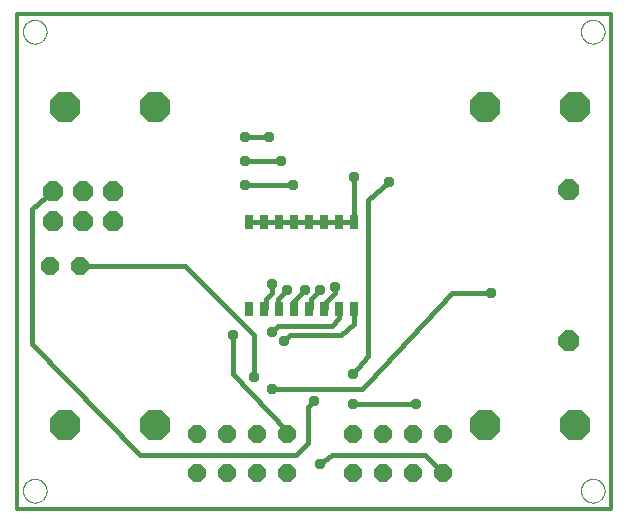
<source format=gbl>
G75*
%MOIN*%
%OFA0B0*%
%FSLAX25Y25*%
%IPPOS*%
%LPD*%
%AMOC8*
5,1,8,0,0,1.08239X$1,22.5*
%
%ADD10C,0.00000*%
%ADD11C,0.01200*%
%ADD12OC8,0.06000*%
%ADD13OC8,0.10050*%
%ADD14OC8,0.06600*%
%ADD15OC8,0.07000*%
%ADD16R,0.03000X0.05000*%
%ADD17C,0.01600*%
%ADD18OC8,0.03562*%
D10*
X0003863Y0007800D02*
X0003865Y0007925D01*
X0003871Y0008050D01*
X0003881Y0008174D01*
X0003895Y0008298D01*
X0003912Y0008422D01*
X0003934Y0008545D01*
X0003960Y0008667D01*
X0003989Y0008789D01*
X0004022Y0008909D01*
X0004060Y0009028D01*
X0004100Y0009147D01*
X0004145Y0009263D01*
X0004193Y0009378D01*
X0004245Y0009492D01*
X0004301Y0009604D01*
X0004360Y0009714D01*
X0004422Y0009822D01*
X0004488Y0009929D01*
X0004557Y0010033D01*
X0004630Y0010134D01*
X0004705Y0010234D01*
X0004784Y0010331D01*
X0004866Y0010425D01*
X0004951Y0010517D01*
X0005038Y0010606D01*
X0005129Y0010692D01*
X0005222Y0010775D01*
X0005318Y0010856D01*
X0005416Y0010933D01*
X0005516Y0011007D01*
X0005619Y0011078D01*
X0005724Y0011145D01*
X0005832Y0011210D01*
X0005941Y0011270D01*
X0006052Y0011328D01*
X0006165Y0011381D01*
X0006279Y0011431D01*
X0006395Y0011478D01*
X0006512Y0011520D01*
X0006631Y0011559D01*
X0006751Y0011595D01*
X0006872Y0011626D01*
X0006994Y0011654D01*
X0007116Y0011677D01*
X0007240Y0011697D01*
X0007364Y0011713D01*
X0007488Y0011725D01*
X0007613Y0011733D01*
X0007738Y0011737D01*
X0007862Y0011737D01*
X0007987Y0011733D01*
X0008112Y0011725D01*
X0008236Y0011713D01*
X0008360Y0011697D01*
X0008484Y0011677D01*
X0008606Y0011654D01*
X0008728Y0011626D01*
X0008849Y0011595D01*
X0008969Y0011559D01*
X0009088Y0011520D01*
X0009205Y0011478D01*
X0009321Y0011431D01*
X0009435Y0011381D01*
X0009548Y0011328D01*
X0009659Y0011270D01*
X0009769Y0011210D01*
X0009876Y0011145D01*
X0009981Y0011078D01*
X0010084Y0011007D01*
X0010184Y0010933D01*
X0010282Y0010856D01*
X0010378Y0010775D01*
X0010471Y0010692D01*
X0010562Y0010606D01*
X0010649Y0010517D01*
X0010734Y0010425D01*
X0010816Y0010331D01*
X0010895Y0010234D01*
X0010970Y0010134D01*
X0011043Y0010033D01*
X0011112Y0009929D01*
X0011178Y0009822D01*
X0011240Y0009714D01*
X0011299Y0009604D01*
X0011355Y0009492D01*
X0011407Y0009378D01*
X0011455Y0009263D01*
X0011500Y0009147D01*
X0011540Y0009028D01*
X0011578Y0008909D01*
X0011611Y0008789D01*
X0011640Y0008667D01*
X0011666Y0008545D01*
X0011688Y0008422D01*
X0011705Y0008298D01*
X0011719Y0008174D01*
X0011729Y0008050D01*
X0011735Y0007925D01*
X0011737Y0007800D01*
X0011735Y0007675D01*
X0011729Y0007550D01*
X0011719Y0007426D01*
X0011705Y0007302D01*
X0011688Y0007178D01*
X0011666Y0007055D01*
X0011640Y0006933D01*
X0011611Y0006811D01*
X0011578Y0006691D01*
X0011540Y0006572D01*
X0011500Y0006453D01*
X0011455Y0006337D01*
X0011407Y0006222D01*
X0011355Y0006108D01*
X0011299Y0005996D01*
X0011240Y0005886D01*
X0011178Y0005778D01*
X0011112Y0005671D01*
X0011043Y0005567D01*
X0010970Y0005466D01*
X0010895Y0005366D01*
X0010816Y0005269D01*
X0010734Y0005175D01*
X0010649Y0005083D01*
X0010562Y0004994D01*
X0010471Y0004908D01*
X0010378Y0004825D01*
X0010282Y0004744D01*
X0010184Y0004667D01*
X0010084Y0004593D01*
X0009981Y0004522D01*
X0009876Y0004455D01*
X0009768Y0004390D01*
X0009659Y0004330D01*
X0009548Y0004272D01*
X0009435Y0004219D01*
X0009321Y0004169D01*
X0009205Y0004122D01*
X0009088Y0004080D01*
X0008969Y0004041D01*
X0008849Y0004005D01*
X0008728Y0003974D01*
X0008606Y0003946D01*
X0008484Y0003923D01*
X0008360Y0003903D01*
X0008236Y0003887D01*
X0008112Y0003875D01*
X0007987Y0003867D01*
X0007862Y0003863D01*
X0007738Y0003863D01*
X0007613Y0003867D01*
X0007488Y0003875D01*
X0007364Y0003887D01*
X0007240Y0003903D01*
X0007116Y0003923D01*
X0006994Y0003946D01*
X0006872Y0003974D01*
X0006751Y0004005D01*
X0006631Y0004041D01*
X0006512Y0004080D01*
X0006395Y0004122D01*
X0006279Y0004169D01*
X0006165Y0004219D01*
X0006052Y0004272D01*
X0005941Y0004330D01*
X0005831Y0004390D01*
X0005724Y0004455D01*
X0005619Y0004522D01*
X0005516Y0004593D01*
X0005416Y0004667D01*
X0005318Y0004744D01*
X0005222Y0004825D01*
X0005129Y0004908D01*
X0005038Y0004994D01*
X0004951Y0005083D01*
X0004866Y0005175D01*
X0004784Y0005269D01*
X0004705Y0005366D01*
X0004630Y0005466D01*
X0004557Y0005567D01*
X0004488Y0005671D01*
X0004422Y0005778D01*
X0004360Y0005886D01*
X0004301Y0005996D01*
X0004245Y0006108D01*
X0004193Y0006222D01*
X0004145Y0006337D01*
X0004100Y0006453D01*
X0004060Y0006572D01*
X0004022Y0006691D01*
X0003989Y0006811D01*
X0003960Y0006933D01*
X0003934Y0007055D01*
X0003912Y0007178D01*
X0003895Y0007302D01*
X0003881Y0007426D01*
X0003871Y0007550D01*
X0003865Y0007675D01*
X0003863Y0007800D01*
X0003863Y0160800D02*
X0003865Y0160925D01*
X0003871Y0161050D01*
X0003881Y0161174D01*
X0003895Y0161298D01*
X0003912Y0161422D01*
X0003934Y0161545D01*
X0003960Y0161667D01*
X0003989Y0161789D01*
X0004022Y0161909D01*
X0004060Y0162028D01*
X0004100Y0162147D01*
X0004145Y0162263D01*
X0004193Y0162378D01*
X0004245Y0162492D01*
X0004301Y0162604D01*
X0004360Y0162714D01*
X0004422Y0162822D01*
X0004488Y0162929D01*
X0004557Y0163033D01*
X0004630Y0163134D01*
X0004705Y0163234D01*
X0004784Y0163331D01*
X0004866Y0163425D01*
X0004951Y0163517D01*
X0005038Y0163606D01*
X0005129Y0163692D01*
X0005222Y0163775D01*
X0005318Y0163856D01*
X0005416Y0163933D01*
X0005516Y0164007D01*
X0005619Y0164078D01*
X0005724Y0164145D01*
X0005832Y0164210D01*
X0005941Y0164270D01*
X0006052Y0164328D01*
X0006165Y0164381D01*
X0006279Y0164431D01*
X0006395Y0164478D01*
X0006512Y0164520D01*
X0006631Y0164559D01*
X0006751Y0164595D01*
X0006872Y0164626D01*
X0006994Y0164654D01*
X0007116Y0164677D01*
X0007240Y0164697D01*
X0007364Y0164713D01*
X0007488Y0164725D01*
X0007613Y0164733D01*
X0007738Y0164737D01*
X0007862Y0164737D01*
X0007987Y0164733D01*
X0008112Y0164725D01*
X0008236Y0164713D01*
X0008360Y0164697D01*
X0008484Y0164677D01*
X0008606Y0164654D01*
X0008728Y0164626D01*
X0008849Y0164595D01*
X0008969Y0164559D01*
X0009088Y0164520D01*
X0009205Y0164478D01*
X0009321Y0164431D01*
X0009435Y0164381D01*
X0009548Y0164328D01*
X0009659Y0164270D01*
X0009769Y0164210D01*
X0009876Y0164145D01*
X0009981Y0164078D01*
X0010084Y0164007D01*
X0010184Y0163933D01*
X0010282Y0163856D01*
X0010378Y0163775D01*
X0010471Y0163692D01*
X0010562Y0163606D01*
X0010649Y0163517D01*
X0010734Y0163425D01*
X0010816Y0163331D01*
X0010895Y0163234D01*
X0010970Y0163134D01*
X0011043Y0163033D01*
X0011112Y0162929D01*
X0011178Y0162822D01*
X0011240Y0162714D01*
X0011299Y0162604D01*
X0011355Y0162492D01*
X0011407Y0162378D01*
X0011455Y0162263D01*
X0011500Y0162147D01*
X0011540Y0162028D01*
X0011578Y0161909D01*
X0011611Y0161789D01*
X0011640Y0161667D01*
X0011666Y0161545D01*
X0011688Y0161422D01*
X0011705Y0161298D01*
X0011719Y0161174D01*
X0011729Y0161050D01*
X0011735Y0160925D01*
X0011737Y0160800D01*
X0011735Y0160675D01*
X0011729Y0160550D01*
X0011719Y0160426D01*
X0011705Y0160302D01*
X0011688Y0160178D01*
X0011666Y0160055D01*
X0011640Y0159933D01*
X0011611Y0159811D01*
X0011578Y0159691D01*
X0011540Y0159572D01*
X0011500Y0159453D01*
X0011455Y0159337D01*
X0011407Y0159222D01*
X0011355Y0159108D01*
X0011299Y0158996D01*
X0011240Y0158886D01*
X0011178Y0158778D01*
X0011112Y0158671D01*
X0011043Y0158567D01*
X0010970Y0158466D01*
X0010895Y0158366D01*
X0010816Y0158269D01*
X0010734Y0158175D01*
X0010649Y0158083D01*
X0010562Y0157994D01*
X0010471Y0157908D01*
X0010378Y0157825D01*
X0010282Y0157744D01*
X0010184Y0157667D01*
X0010084Y0157593D01*
X0009981Y0157522D01*
X0009876Y0157455D01*
X0009768Y0157390D01*
X0009659Y0157330D01*
X0009548Y0157272D01*
X0009435Y0157219D01*
X0009321Y0157169D01*
X0009205Y0157122D01*
X0009088Y0157080D01*
X0008969Y0157041D01*
X0008849Y0157005D01*
X0008728Y0156974D01*
X0008606Y0156946D01*
X0008484Y0156923D01*
X0008360Y0156903D01*
X0008236Y0156887D01*
X0008112Y0156875D01*
X0007987Y0156867D01*
X0007862Y0156863D01*
X0007738Y0156863D01*
X0007613Y0156867D01*
X0007488Y0156875D01*
X0007364Y0156887D01*
X0007240Y0156903D01*
X0007116Y0156923D01*
X0006994Y0156946D01*
X0006872Y0156974D01*
X0006751Y0157005D01*
X0006631Y0157041D01*
X0006512Y0157080D01*
X0006395Y0157122D01*
X0006279Y0157169D01*
X0006165Y0157219D01*
X0006052Y0157272D01*
X0005941Y0157330D01*
X0005831Y0157390D01*
X0005724Y0157455D01*
X0005619Y0157522D01*
X0005516Y0157593D01*
X0005416Y0157667D01*
X0005318Y0157744D01*
X0005222Y0157825D01*
X0005129Y0157908D01*
X0005038Y0157994D01*
X0004951Y0158083D01*
X0004866Y0158175D01*
X0004784Y0158269D01*
X0004705Y0158366D01*
X0004630Y0158466D01*
X0004557Y0158567D01*
X0004488Y0158671D01*
X0004422Y0158778D01*
X0004360Y0158886D01*
X0004301Y0158996D01*
X0004245Y0159108D01*
X0004193Y0159222D01*
X0004145Y0159337D01*
X0004100Y0159453D01*
X0004060Y0159572D01*
X0004022Y0159691D01*
X0003989Y0159811D01*
X0003960Y0159933D01*
X0003934Y0160055D01*
X0003912Y0160178D01*
X0003895Y0160302D01*
X0003881Y0160426D01*
X0003871Y0160550D01*
X0003865Y0160675D01*
X0003863Y0160800D01*
X0189863Y0160800D02*
X0189865Y0160925D01*
X0189871Y0161050D01*
X0189881Y0161174D01*
X0189895Y0161298D01*
X0189912Y0161422D01*
X0189934Y0161545D01*
X0189960Y0161667D01*
X0189989Y0161789D01*
X0190022Y0161909D01*
X0190060Y0162028D01*
X0190100Y0162147D01*
X0190145Y0162263D01*
X0190193Y0162378D01*
X0190245Y0162492D01*
X0190301Y0162604D01*
X0190360Y0162714D01*
X0190422Y0162822D01*
X0190488Y0162929D01*
X0190557Y0163033D01*
X0190630Y0163134D01*
X0190705Y0163234D01*
X0190784Y0163331D01*
X0190866Y0163425D01*
X0190951Y0163517D01*
X0191038Y0163606D01*
X0191129Y0163692D01*
X0191222Y0163775D01*
X0191318Y0163856D01*
X0191416Y0163933D01*
X0191516Y0164007D01*
X0191619Y0164078D01*
X0191724Y0164145D01*
X0191832Y0164210D01*
X0191941Y0164270D01*
X0192052Y0164328D01*
X0192165Y0164381D01*
X0192279Y0164431D01*
X0192395Y0164478D01*
X0192512Y0164520D01*
X0192631Y0164559D01*
X0192751Y0164595D01*
X0192872Y0164626D01*
X0192994Y0164654D01*
X0193116Y0164677D01*
X0193240Y0164697D01*
X0193364Y0164713D01*
X0193488Y0164725D01*
X0193613Y0164733D01*
X0193738Y0164737D01*
X0193862Y0164737D01*
X0193987Y0164733D01*
X0194112Y0164725D01*
X0194236Y0164713D01*
X0194360Y0164697D01*
X0194484Y0164677D01*
X0194606Y0164654D01*
X0194728Y0164626D01*
X0194849Y0164595D01*
X0194969Y0164559D01*
X0195088Y0164520D01*
X0195205Y0164478D01*
X0195321Y0164431D01*
X0195435Y0164381D01*
X0195548Y0164328D01*
X0195659Y0164270D01*
X0195769Y0164210D01*
X0195876Y0164145D01*
X0195981Y0164078D01*
X0196084Y0164007D01*
X0196184Y0163933D01*
X0196282Y0163856D01*
X0196378Y0163775D01*
X0196471Y0163692D01*
X0196562Y0163606D01*
X0196649Y0163517D01*
X0196734Y0163425D01*
X0196816Y0163331D01*
X0196895Y0163234D01*
X0196970Y0163134D01*
X0197043Y0163033D01*
X0197112Y0162929D01*
X0197178Y0162822D01*
X0197240Y0162714D01*
X0197299Y0162604D01*
X0197355Y0162492D01*
X0197407Y0162378D01*
X0197455Y0162263D01*
X0197500Y0162147D01*
X0197540Y0162028D01*
X0197578Y0161909D01*
X0197611Y0161789D01*
X0197640Y0161667D01*
X0197666Y0161545D01*
X0197688Y0161422D01*
X0197705Y0161298D01*
X0197719Y0161174D01*
X0197729Y0161050D01*
X0197735Y0160925D01*
X0197737Y0160800D01*
X0197735Y0160675D01*
X0197729Y0160550D01*
X0197719Y0160426D01*
X0197705Y0160302D01*
X0197688Y0160178D01*
X0197666Y0160055D01*
X0197640Y0159933D01*
X0197611Y0159811D01*
X0197578Y0159691D01*
X0197540Y0159572D01*
X0197500Y0159453D01*
X0197455Y0159337D01*
X0197407Y0159222D01*
X0197355Y0159108D01*
X0197299Y0158996D01*
X0197240Y0158886D01*
X0197178Y0158778D01*
X0197112Y0158671D01*
X0197043Y0158567D01*
X0196970Y0158466D01*
X0196895Y0158366D01*
X0196816Y0158269D01*
X0196734Y0158175D01*
X0196649Y0158083D01*
X0196562Y0157994D01*
X0196471Y0157908D01*
X0196378Y0157825D01*
X0196282Y0157744D01*
X0196184Y0157667D01*
X0196084Y0157593D01*
X0195981Y0157522D01*
X0195876Y0157455D01*
X0195768Y0157390D01*
X0195659Y0157330D01*
X0195548Y0157272D01*
X0195435Y0157219D01*
X0195321Y0157169D01*
X0195205Y0157122D01*
X0195088Y0157080D01*
X0194969Y0157041D01*
X0194849Y0157005D01*
X0194728Y0156974D01*
X0194606Y0156946D01*
X0194484Y0156923D01*
X0194360Y0156903D01*
X0194236Y0156887D01*
X0194112Y0156875D01*
X0193987Y0156867D01*
X0193862Y0156863D01*
X0193738Y0156863D01*
X0193613Y0156867D01*
X0193488Y0156875D01*
X0193364Y0156887D01*
X0193240Y0156903D01*
X0193116Y0156923D01*
X0192994Y0156946D01*
X0192872Y0156974D01*
X0192751Y0157005D01*
X0192631Y0157041D01*
X0192512Y0157080D01*
X0192395Y0157122D01*
X0192279Y0157169D01*
X0192165Y0157219D01*
X0192052Y0157272D01*
X0191941Y0157330D01*
X0191831Y0157390D01*
X0191724Y0157455D01*
X0191619Y0157522D01*
X0191516Y0157593D01*
X0191416Y0157667D01*
X0191318Y0157744D01*
X0191222Y0157825D01*
X0191129Y0157908D01*
X0191038Y0157994D01*
X0190951Y0158083D01*
X0190866Y0158175D01*
X0190784Y0158269D01*
X0190705Y0158366D01*
X0190630Y0158466D01*
X0190557Y0158567D01*
X0190488Y0158671D01*
X0190422Y0158778D01*
X0190360Y0158886D01*
X0190301Y0158996D01*
X0190245Y0159108D01*
X0190193Y0159222D01*
X0190145Y0159337D01*
X0190100Y0159453D01*
X0190060Y0159572D01*
X0190022Y0159691D01*
X0189989Y0159811D01*
X0189960Y0159933D01*
X0189934Y0160055D01*
X0189912Y0160178D01*
X0189895Y0160302D01*
X0189881Y0160426D01*
X0189871Y0160550D01*
X0189865Y0160675D01*
X0189863Y0160800D01*
X0189863Y0007800D02*
X0189865Y0007925D01*
X0189871Y0008050D01*
X0189881Y0008174D01*
X0189895Y0008298D01*
X0189912Y0008422D01*
X0189934Y0008545D01*
X0189960Y0008667D01*
X0189989Y0008789D01*
X0190022Y0008909D01*
X0190060Y0009028D01*
X0190100Y0009147D01*
X0190145Y0009263D01*
X0190193Y0009378D01*
X0190245Y0009492D01*
X0190301Y0009604D01*
X0190360Y0009714D01*
X0190422Y0009822D01*
X0190488Y0009929D01*
X0190557Y0010033D01*
X0190630Y0010134D01*
X0190705Y0010234D01*
X0190784Y0010331D01*
X0190866Y0010425D01*
X0190951Y0010517D01*
X0191038Y0010606D01*
X0191129Y0010692D01*
X0191222Y0010775D01*
X0191318Y0010856D01*
X0191416Y0010933D01*
X0191516Y0011007D01*
X0191619Y0011078D01*
X0191724Y0011145D01*
X0191832Y0011210D01*
X0191941Y0011270D01*
X0192052Y0011328D01*
X0192165Y0011381D01*
X0192279Y0011431D01*
X0192395Y0011478D01*
X0192512Y0011520D01*
X0192631Y0011559D01*
X0192751Y0011595D01*
X0192872Y0011626D01*
X0192994Y0011654D01*
X0193116Y0011677D01*
X0193240Y0011697D01*
X0193364Y0011713D01*
X0193488Y0011725D01*
X0193613Y0011733D01*
X0193738Y0011737D01*
X0193862Y0011737D01*
X0193987Y0011733D01*
X0194112Y0011725D01*
X0194236Y0011713D01*
X0194360Y0011697D01*
X0194484Y0011677D01*
X0194606Y0011654D01*
X0194728Y0011626D01*
X0194849Y0011595D01*
X0194969Y0011559D01*
X0195088Y0011520D01*
X0195205Y0011478D01*
X0195321Y0011431D01*
X0195435Y0011381D01*
X0195548Y0011328D01*
X0195659Y0011270D01*
X0195769Y0011210D01*
X0195876Y0011145D01*
X0195981Y0011078D01*
X0196084Y0011007D01*
X0196184Y0010933D01*
X0196282Y0010856D01*
X0196378Y0010775D01*
X0196471Y0010692D01*
X0196562Y0010606D01*
X0196649Y0010517D01*
X0196734Y0010425D01*
X0196816Y0010331D01*
X0196895Y0010234D01*
X0196970Y0010134D01*
X0197043Y0010033D01*
X0197112Y0009929D01*
X0197178Y0009822D01*
X0197240Y0009714D01*
X0197299Y0009604D01*
X0197355Y0009492D01*
X0197407Y0009378D01*
X0197455Y0009263D01*
X0197500Y0009147D01*
X0197540Y0009028D01*
X0197578Y0008909D01*
X0197611Y0008789D01*
X0197640Y0008667D01*
X0197666Y0008545D01*
X0197688Y0008422D01*
X0197705Y0008298D01*
X0197719Y0008174D01*
X0197729Y0008050D01*
X0197735Y0007925D01*
X0197737Y0007800D01*
X0197735Y0007675D01*
X0197729Y0007550D01*
X0197719Y0007426D01*
X0197705Y0007302D01*
X0197688Y0007178D01*
X0197666Y0007055D01*
X0197640Y0006933D01*
X0197611Y0006811D01*
X0197578Y0006691D01*
X0197540Y0006572D01*
X0197500Y0006453D01*
X0197455Y0006337D01*
X0197407Y0006222D01*
X0197355Y0006108D01*
X0197299Y0005996D01*
X0197240Y0005886D01*
X0197178Y0005778D01*
X0197112Y0005671D01*
X0197043Y0005567D01*
X0196970Y0005466D01*
X0196895Y0005366D01*
X0196816Y0005269D01*
X0196734Y0005175D01*
X0196649Y0005083D01*
X0196562Y0004994D01*
X0196471Y0004908D01*
X0196378Y0004825D01*
X0196282Y0004744D01*
X0196184Y0004667D01*
X0196084Y0004593D01*
X0195981Y0004522D01*
X0195876Y0004455D01*
X0195768Y0004390D01*
X0195659Y0004330D01*
X0195548Y0004272D01*
X0195435Y0004219D01*
X0195321Y0004169D01*
X0195205Y0004122D01*
X0195088Y0004080D01*
X0194969Y0004041D01*
X0194849Y0004005D01*
X0194728Y0003974D01*
X0194606Y0003946D01*
X0194484Y0003923D01*
X0194360Y0003903D01*
X0194236Y0003887D01*
X0194112Y0003875D01*
X0193987Y0003867D01*
X0193862Y0003863D01*
X0193738Y0003863D01*
X0193613Y0003867D01*
X0193488Y0003875D01*
X0193364Y0003887D01*
X0193240Y0003903D01*
X0193116Y0003923D01*
X0192994Y0003946D01*
X0192872Y0003974D01*
X0192751Y0004005D01*
X0192631Y0004041D01*
X0192512Y0004080D01*
X0192395Y0004122D01*
X0192279Y0004169D01*
X0192165Y0004219D01*
X0192052Y0004272D01*
X0191941Y0004330D01*
X0191831Y0004390D01*
X0191724Y0004455D01*
X0191619Y0004522D01*
X0191516Y0004593D01*
X0191416Y0004667D01*
X0191318Y0004744D01*
X0191222Y0004825D01*
X0191129Y0004908D01*
X0191038Y0004994D01*
X0190951Y0005083D01*
X0190866Y0005175D01*
X0190784Y0005269D01*
X0190705Y0005366D01*
X0190630Y0005466D01*
X0190557Y0005567D01*
X0190488Y0005671D01*
X0190422Y0005778D01*
X0190360Y0005886D01*
X0190301Y0005996D01*
X0190245Y0006108D01*
X0190193Y0006222D01*
X0190145Y0006337D01*
X0190100Y0006453D01*
X0190060Y0006572D01*
X0190022Y0006691D01*
X0189989Y0006811D01*
X0189960Y0006933D01*
X0189934Y0007055D01*
X0189912Y0007178D01*
X0189895Y0007302D01*
X0189881Y0007426D01*
X0189871Y0007550D01*
X0189865Y0007675D01*
X0189863Y0007800D01*
D11*
X0001800Y0001800D02*
X0001800Y0166800D01*
X0199800Y0166800D01*
X0199800Y0001800D01*
X0001800Y0001800D01*
X0084300Y0068233D02*
X0084800Y0068733D01*
X0088800Y0068733D02*
X0089300Y0068233D01*
X0093800Y0068733D02*
X0094300Y0068233D01*
X0099300Y0068233D02*
X0099800Y0068733D01*
X0104300Y0068233D02*
X0104800Y0068733D01*
D12*
X0113800Y0026800D03*
X0123800Y0026800D03*
X0133800Y0026800D03*
X0143800Y0026800D03*
X0143800Y0013800D03*
X0133800Y0013800D03*
X0123800Y0013800D03*
X0113800Y0013800D03*
X0091800Y0013800D03*
X0081800Y0013800D03*
X0071800Y0013800D03*
X0061800Y0013800D03*
X0061800Y0026800D03*
X0071800Y0026800D03*
X0081800Y0026800D03*
X0091800Y0026800D03*
X0022800Y0082800D03*
X0012800Y0082800D03*
D13*
X0017800Y0135800D03*
X0047800Y0135800D03*
X0157800Y0135800D03*
X0187800Y0135800D03*
X0187800Y0029800D03*
X0157800Y0029800D03*
X0047800Y0029800D03*
X0017800Y0029800D03*
D14*
X0013800Y0097800D03*
X0013800Y0107800D03*
X0023800Y0107800D03*
X0023800Y0097800D03*
X0033800Y0097800D03*
X0033800Y0107800D03*
D15*
X0185800Y0107997D03*
X0185800Y0057603D03*
D16*
X0114300Y0068233D03*
X0109300Y0068233D03*
X0104300Y0068233D03*
X0099300Y0068233D03*
X0094300Y0068233D03*
X0089300Y0068233D03*
X0084300Y0068233D03*
X0079300Y0068233D03*
X0079300Y0097367D03*
X0084300Y0097367D03*
X0089300Y0097367D03*
X0094300Y0097367D03*
X0099300Y0097367D03*
X0104300Y0097367D03*
X0109300Y0097367D03*
X0114300Y0097367D03*
D17*
X0114300Y0112300D01*
X0118800Y0104800D02*
X0125800Y0110800D01*
X0118800Y0104800D02*
X0118800Y0052800D01*
X0113800Y0046800D01*
X0116800Y0041800D02*
X0118800Y0043800D01*
X0146800Y0073800D01*
X0159800Y0073800D01*
X0134800Y0036800D02*
X0113800Y0036800D01*
X0116800Y0041800D02*
X0086800Y0041800D01*
X0080800Y0045800D02*
X0080800Y0059800D01*
X0057800Y0082800D01*
X0022800Y0082800D01*
X0006800Y0101800D02*
X0013800Y0107800D01*
X0006800Y0101800D02*
X0006800Y0056800D01*
X0042800Y0019800D01*
X0094800Y0019800D01*
X0098800Y0023800D01*
X0098800Y0035800D01*
X0100800Y0037800D01*
X0091800Y0027800D02*
X0073800Y0046800D01*
X0073800Y0059800D01*
X0084800Y0068733D02*
X0084800Y0071800D01*
X0086800Y0073800D01*
X0086800Y0076800D01*
X0091800Y0074800D02*
X0088800Y0071800D01*
X0088800Y0068733D01*
X0093800Y0068733D02*
X0093800Y0070800D01*
X0097800Y0074800D01*
X0099800Y0071800D02*
X0102800Y0074800D01*
X0099800Y0071800D02*
X0099800Y0068733D01*
X0104800Y0068733D02*
X0104800Y0070800D01*
X0107800Y0073800D01*
X0107800Y0075800D01*
X0109300Y0068233D02*
X0109300Y0065300D01*
X0106800Y0062800D01*
X0088800Y0062800D01*
X0086800Y0060800D01*
X0090800Y0057800D02*
X0092800Y0059800D01*
X0109800Y0059800D01*
X0114300Y0063300D01*
X0114300Y0068233D01*
X0114300Y0097367D02*
X0109300Y0097367D01*
X0104300Y0097367D01*
X0099300Y0097367D01*
X0094300Y0097367D01*
X0089300Y0097367D01*
X0084300Y0097367D01*
X0079300Y0097367D01*
X0077800Y0109800D02*
X0093800Y0109800D01*
X0089800Y0117800D02*
X0077800Y0117800D01*
X0077800Y0125800D02*
X0085800Y0125800D01*
X0091800Y0027800D02*
X0091800Y0026800D01*
X0102800Y0016800D02*
X0106800Y0019800D01*
X0137800Y0019800D01*
X0143800Y0013800D01*
D18*
X0134800Y0036800D03*
X0113800Y0036800D03*
X0113800Y0046800D03*
X0100800Y0037800D03*
X0086800Y0041800D03*
X0080800Y0045800D03*
X0090800Y0057800D03*
X0086800Y0060800D03*
X0073800Y0059800D03*
X0091800Y0074800D03*
X0086800Y0076800D03*
X0097800Y0074800D03*
X0102800Y0074800D03*
X0107800Y0075800D03*
X0093800Y0109800D03*
X0089800Y0117800D03*
X0085800Y0125800D03*
X0077800Y0125800D03*
X0077800Y0117800D03*
X0077800Y0109800D03*
X0114300Y0112300D03*
X0125800Y0110800D03*
X0159800Y0073800D03*
X0102800Y0016800D03*
M02*

</source>
